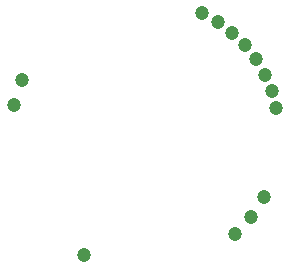
<source format=gtp>
G04 #@! TF.GenerationSoftware,KiCad,Pcbnew,5.0.2-bee76a0~70~ubuntu18.04.1*
G04 #@! TF.CreationDate,2019-05-15T03:21:57+02:00*
G04 #@! TF.ProjectId,ring,72696e67-2e6b-4696-9361-645f70636258,rev?*
G04 #@! TF.SameCoordinates,Original*
G04 #@! TF.FileFunction,Paste,Top*
G04 #@! TF.FilePolarity,Positive*
%FSLAX46Y46*%
G04 Gerber Fmt 4.6, Leading zero omitted, Abs format (unit mm)*
G04 Created by KiCad (PCBNEW 5.0.2-bee76a0~70~ubuntu18.04.1) date Mi 15 Mai 2019 03:21:57 CEST*
%MOMM*%
%LPD*%
G01*
G04 APERTURE LIST*
%ADD10C,1.200000*%
G04 APERTURE END LIST*
D10*
G04 #@! TO.C,J13*
X98920000Y-77480000D03*
G04 #@! TD*
G04 #@! TO.C,J9*
X116160000Y-70450000D03*
G04 #@! TD*
G04 #@! TO.C,J16*
X117630000Y-88410000D03*
G04 #@! TD*
G04 #@! TO.C,J10*
X114840000Y-69710000D03*
G04 #@! TD*
G04 #@! TO.C,J15*
X104870000Y-90140000D03*
G04 #@! TD*
G04 #@! TO.C,J14*
X99610000Y-75400000D03*
G04 #@! TD*
G04 #@! TO.C,J2*
X120740000Y-76300000D03*
G04 #@! TD*
G04 #@! TO.C,J3*
X120160000Y-74910000D03*
G04 #@! TD*
G04 #@! TO.C,J4*
X119390000Y-73600000D03*
G04 #@! TD*
G04 #@! TO.C,J6*
X118980000Y-86960000D03*
G04 #@! TD*
G04 #@! TO.C,J5*
X118460000Y-72400000D03*
G04 #@! TD*
G04 #@! TO.C,J8*
X120060000Y-85280000D03*
G04 #@! TD*
G04 #@! TO.C,J1*
X121140000Y-77760000D03*
G04 #@! TD*
G04 #@! TO.C,J7*
X117380000Y-71350000D03*
G04 #@! TD*
M02*

</source>
